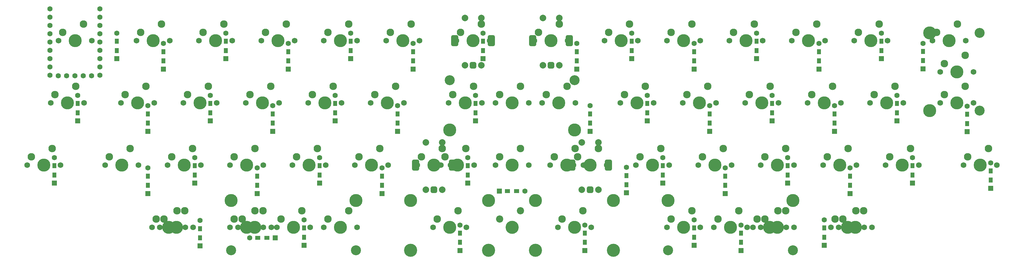
<source format=gbr>
%TF.GenerationSoftware,KiCad,Pcbnew,(7.0.0)*%
%TF.CreationDate,2023-04-22T17:12:07+02:00*%
%TF.ProjectId,NEC,4e45432e-6b69-4636-9164-5f7063625858,rev?*%
%TF.SameCoordinates,Original*%
%TF.FileFunction,Soldermask,Bot*%
%TF.FilePolarity,Negative*%
%FSLAX46Y46*%
G04 Gerber Fmt 4.6, Leading zero omitted, Abs format (unit mm)*
G04 Created by KiCad (PCBNEW (7.0.0)) date 2023-04-22 17:12:07*
%MOMM*%
%LPD*%
G01*
G04 APERTURE LIST*
G04 Aperture macros list*
%AMRoundRect*
0 Rectangle with rounded corners*
0 $1 Rounding radius*
0 $2 $3 $4 $5 $6 $7 $8 $9 X,Y pos of 4 corners*
0 Add a 4 corners polygon primitive as box body*
4,1,4,$2,$3,$4,$5,$6,$7,$8,$9,$2,$3,0*
0 Add four circle primitives for the rounded corners*
1,1,$1+$1,$2,$3*
1,1,$1+$1,$4,$5*
1,1,$1+$1,$6,$7*
1,1,$1+$1,$8,$9*
0 Add four rect primitives between the rounded corners*
20,1,$1+$1,$2,$3,$4,$5,0*
20,1,$1+$1,$4,$5,$6,$7,0*
20,1,$1+$1,$6,$7,$8,$9,0*
20,1,$1+$1,$8,$9,$2,$3,0*%
G04 Aperture macros list end*
%ADD10R,1.200000X1.600000*%
%ADD11R,1.600000X1.600000*%
%ADD12C,1.600000*%
%ADD13C,1.750000*%
%ADD14C,3.987800*%
%ADD15C,2.300000*%
%ADD16C,2.000000*%
%ADD17RoundRect,0.500000X0.500000X-0.500000X0.500000X0.500000X-0.500000X0.500000X-0.500000X-0.500000X0*%
%ADD18RoundRect,0.550000X0.550000X-1.150000X0.550000X1.150000X-0.550000X1.150000X-0.550000X-1.150000X0*%
%ADD19R,1.600000X1.200000*%
%ADD20C,3.048000*%
%ADD21C,4.000000*%
%ADD22C,2.200000*%
G04 APERTURE END LIST*
D10*
%TO.C,D17*%
X68262499Y-53787499D03*
D11*
X68262499Y-56287499D03*
D12*
X68262500Y-48487500D03*
D10*
X68262499Y-50987499D03*
%TD*%
D13*
%TO.C,SW23*%
X193357500Y-50800000D03*
D14*
X198437500Y-50800000D03*
D13*
X203517500Y-50800000D03*
D15*
X194627500Y-48260000D03*
X200977500Y-45720000D03*
%TD*%
D10*
%TO.C,D50*%
X230187499Y-93474999D03*
D11*
X230187499Y-95974999D03*
D12*
X230187500Y-88175000D03*
D10*
X230187499Y-90674999D03*
%TD*%
%TO.C,D48*%
X182562499Y-93474999D03*
D11*
X182562499Y-95974999D03*
D12*
X182562500Y-88175000D03*
D10*
X182562499Y-90674999D03*
%TD*%
%TO.C,D46*%
X96837499Y-91887499D03*
D11*
X96837499Y-94387499D03*
D12*
X96837500Y-86587500D03*
D10*
X96837499Y-89087499D03*
%TD*%
D13*
%TO.C,SW3*%
X64770000Y-31750000D03*
D14*
X69850000Y-31750000D03*
D13*
X74930000Y-31750000D03*
D15*
X66040000Y-29210000D03*
X72390000Y-26670000D03*
%TD*%
D10*
%TO.C,D40*%
X244474999Y-72837499D03*
D11*
X244474999Y-75337499D03*
D12*
X244475000Y-67537500D03*
D10*
X244474999Y-70037499D03*
%TD*%
D13*
%TO.C,SW37*%
X179070000Y-69850000D03*
D14*
X184150000Y-69850000D03*
D13*
X189230000Y-69850000D03*
D15*
X180340000Y-67310000D03*
X186690000Y-64770000D03*
%TD*%
D10*
%TO.C,D11*%
X234949999Y-34737499D03*
D11*
X234949999Y-37237499D03*
D12*
X234950000Y-29437500D03*
D10*
X234949999Y-31937499D03*
%TD*%
D13*
%TO.C,SW27*%
X269557500Y-50800000D03*
D14*
X274637500Y-50800000D03*
D13*
X279717500Y-50800000D03*
D15*
X270827500Y-48260000D03*
X277177500Y-45720000D03*
%TD*%
D13*
%TO.C,SW49(3)1*%
X221932500Y-88900000D03*
D14*
X227012500Y-88900000D03*
D13*
X232092500Y-88900000D03*
D15*
X223202500Y-86360000D03*
X229552500Y-83820000D03*
%TD*%
D13*
%TO.C,SW4*%
X83820000Y-31750000D03*
D14*
X88900000Y-31750000D03*
D13*
X93980000Y-31750000D03*
D15*
X85090000Y-29210000D03*
X91440000Y-26670000D03*
%TD*%
D10*
%TO.C,D31*%
X63499999Y-72837499D03*
D11*
X63499999Y-75337499D03*
D12*
X63500000Y-67537500D03*
D10*
X63499999Y-70037499D03*
%TD*%
%TO.C,D41*%
X263524999Y-76012499D03*
D11*
X263524999Y-78512499D03*
D12*
X263525000Y-70712500D03*
D10*
X263524999Y-73212499D03*
%TD*%
D13*
%TO.C,SW25*%
X231457500Y-50800000D03*
D14*
X236537500Y-50800000D03*
D13*
X241617500Y-50800000D03*
D15*
X232727500Y-48260000D03*
X239077500Y-45720000D03*
%TD*%
D13*
%TO.C,SW2*%
X45720000Y-31750000D03*
D14*
X50800000Y-31750000D03*
D13*
X55880000Y-31750000D03*
D15*
X46990000Y-29210000D03*
X53340000Y-26670000D03*
%TD*%
D13*
%TO.C,SW29*%
X12382500Y-69850000D03*
D14*
X17462500Y-69850000D03*
D13*
X22542500Y-69850000D03*
D15*
X13652500Y-67310000D03*
X20002500Y-64770000D03*
%TD*%
D16*
%TO.C,SW54*%
X134025000Y-77350000D03*
X139025000Y-77350000D03*
D17*
X136525000Y-77350000D03*
D18*
X130925000Y-69850000D03*
X142125000Y-69850000D03*
D16*
X139025000Y-62850000D03*
X134025000Y-62850000D03*
%TD*%
D19*
%TO.C,D45*%
X85537499Y-92074999D03*
D11*
X88037499Y-92074999D03*
D12*
X80237500Y-92075000D03*
D19*
X82737499Y-92074999D03*
%TD*%
D10*
%TO.C,D51*%
X255587499Y-91887499D03*
D11*
X255587499Y-94387499D03*
D12*
X255587500Y-86587500D03*
D10*
X255587499Y-89087499D03*
%TD*%
D13*
%TO.C,SW41*%
X255270000Y-69850000D03*
D14*
X260350000Y-69850000D03*
D13*
X265430000Y-69850000D03*
D15*
X256540000Y-67310000D03*
X262890000Y-64770000D03*
%TD*%
D13*
%TO.C,SW6*%
X121920000Y-31750000D03*
D14*
X127000000Y-31750000D03*
D13*
X132080000Y-31750000D03*
D15*
X123190000Y-29210000D03*
X129540000Y-26670000D03*
%TD*%
D10*
%TO.C,D35*%
X146811999Y-72837499D03*
D11*
X146811999Y-75337499D03*
D12*
X146812000Y-67537500D03*
D10*
X146811999Y-70037499D03*
%TD*%
D13*
%TO.C,SW14(iso)1*%
X290989000Y-41275000D03*
D14*
X296069000Y-41275000D03*
D13*
X301149000Y-41275000D03*
D15*
X292259000Y-38735000D03*
X298609000Y-36195000D03*
%TD*%
D10*
%TO.C,D14*%
X285749999Y-37848999D03*
D11*
X285749999Y-40348999D03*
D12*
X285750000Y-32549000D03*
D10*
X285749999Y-35048999D03*
%TD*%
%TO.C,D20*%
X125412499Y-56962499D03*
D11*
X125412499Y-59462499D03*
D12*
X125412500Y-51662500D03*
D10*
X125412499Y-54162499D03*
%TD*%
D13*
%TO.C,SW46*%
X102870000Y-88900000D03*
D14*
X107950000Y-88900000D03*
D13*
X113030000Y-88900000D03*
D15*
X104140000Y-86360000D03*
X110490000Y-83820000D03*
%TD*%
D13*
%TO.C,SW40*%
X236220000Y-69850000D03*
D14*
X241300000Y-69850000D03*
D13*
X246380000Y-69850000D03*
D15*
X237490000Y-67310000D03*
X243840000Y-64770000D03*
%TD*%
D10*
%TO.C,D6*%
X130174999Y-37912499D03*
D11*
X130174999Y-40412499D03*
D12*
X130175000Y-32612500D03*
D10*
X130174999Y-35112499D03*
%TD*%
D13*
%TO.C,SW46(3)1*%
X88582500Y-88900000D03*
D14*
X93662500Y-88900000D03*
D13*
X98742500Y-88900000D03*
D15*
X89852500Y-86360000D03*
X96202500Y-83820000D03*
%TD*%
D13*
%TO.C,SW44(1.25)1*%
X52865000Y-88900000D03*
D14*
X57945000Y-88900000D03*
D13*
X63025000Y-88900000D03*
D15*
X54135000Y-86360000D03*
X60485000Y-83820000D03*
%TD*%
D13*
%TO.C,SW36*%
X155257500Y-69850000D03*
D14*
X160337500Y-69850000D03*
D13*
X165417500Y-69850000D03*
D15*
X156527500Y-67310000D03*
X162877500Y-64770000D03*
%TD*%
D10*
%TO.C,D13*%
X273049999Y-34737499D03*
D11*
X273049999Y-37237499D03*
D12*
X273050000Y-29437500D03*
D10*
X273049999Y-31937499D03*
%TD*%
%TO.C,D42*%
X282574999Y-72837499D03*
D11*
X282574999Y-75337499D03*
D12*
X282575000Y-67537500D03*
D10*
X282574999Y-70037499D03*
%TD*%
%TO.C,D25*%
X239712499Y-53787499D03*
D11*
X239712499Y-56287499D03*
D12*
X239712500Y-48487500D03*
D10*
X239712499Y-50987499D03*
%TD*%
%TO.C,D33*%
X101599999Y-72837499D03*
D11*
X101599999Y-75337499D03*
D12*
X101600000Y-67537500D03*
D10*
X101599999Y-70037499D03*
%TD*%
D13*
%TO.C,SW22*%
X169545000Y-50800000D03*
D14*
X174625000Y-50800000D03*
D13*
X179705000Y-50800000D03*
D15*
X170815000Y-48260000D03*
X177165000Y-45720000D03*
%TD*%
D13*
%TO.C,SW26*%
X250507500Y-50800000D03*
D14*
X255587500Y-50800000D03*
D13*
X260667500Y-50800000D03*
D15*
X251777500Y-48260000D03*
X258127500Y-45720000D03*
%TD*%
D10*
%TO.C,D28*%
X299211999Y-57089499D03*
D11*
X299211999Y-59589499D03*
D12*
X299212000Y-51789500D03*
D10*
X299211999Y-54289499D03*
%TD*%
D13*
%TO.C,SW48*%
X174307500Y-88900000D03*
D14*
X179387500Y-88900000D03*
D13*
X184467500Y-88900000D03*
D15*
X175577500Y-86360000D03*
X181927500Y-83820000D03*
%TD*%
D10*
%TO.C,D10*%
X215899999Y-37912499D03*
D11*
X215899999Y-40412499D03*
D12*
X215900000Y-32612500D03*
D10*
X215899999Y-35112499D03*
%TD*%
D13*
%TO.C,SW30*%
X36195000Y-69850000D03*
D14*
X41275000Y-69850000D03*
D13*
X46355000Y-69850000D03*
D15*
X37465000Y-67310000D03*
X43815000Y-64770000D03*
%TD*%
D10*
%TO.C,D43*%
X306387499Y-74424999D03*
D11*
X306387499Y-76924999D03*
D12*
X306387500Y-69125000D03*
D10*
X306387499Y-71624999D03*
%TD*%
D13*
%TO.C,SW10*%
X207645000Y-31750000D03*
D14*
X212725000Y-31750000D03*
D13*
X217805000Y-31750000D03*
D15*
X208915000Y-29210000D03*
X215265000Y-26670000D03*
%TD*%
D10*
%TO.C,D19*%
X106362499Y-53787499D03*
D11*
X106362499Y-56287499D03*
D12*
X106362500Y-48487500D03*
D10*
X106362499Y-50987499D03*
%TD*%
D13*
%TO.C,SW21(3)1*%
X155257500Y-50800000D03*
D14*
X160337500Y-50800000D03*
D13*
X165417500Y-50800000D03*
D15*
X156527500Y-48260000D03*
X162877500Y-45720000D03*
%TD*%
D13*
%TO.C,SW37(1.75)1*%
X171928000Y-69850000D03*
D14*
X177008000Y-69850000D03*
D13*
X182088000Y-69850000D03*
D15*
X173198000Y-67310000D03*
X179548000Y-64770000D03*
%TD*%
D13*
%TO.C,SW35(1.75)1*%
X138590000Y-69850000D03*
D14*
X143670000Y-69850000D03*
D13*
X148750000Y-69850000D03*
D15*
X139860000Y-67310000D03*
X146210000Y-64770000D03*
%TD*%
D13*
%TO.C,SW15*%
X19526000Y-50800000D03*
D14*
X24606000Y-50800000D03*
D13*
X29686000Y-50800000D03*
D15*
X20796000Y-48260000D03*
X27146000Y-45720000D03*
%TD*%
D16*
%TO.C,SW55*%
X181650000Y-77350000D03*
X186650000Y-77350000D03*
D17*
X184150000Y-77350000D03*
D18*
X178550000Y-69850000D03*
X189750000Y-69850000D03*
D16*
X186650000Y-62850000D03*
X181650000Y-62850000D03*
%TD*%
D10*
%TO.C,D18*%
X87312499Y-56962499D03*
D11*
X87312499Y-59462499D03*
D12*
X87312500Y-51662500D03*
D10*
X87312499Y-54162499D03*
%TD*%
D13*
%TO.C,SW49*%
X207645000Y-88900000D03*
D14*
X212725000Y-88900000D03*
D13*
X217805000Y-88900000D03*
D15*
X208915000Y-86360000D03*
X215265000Y-83820000D03*
%TD*%
D13*
%TO.C,SW20*%
X117157500Y-50800000D03*
D14*
X122237500Y-50800000D03*
D13*
X127317500Y-50800000D03*
D15*
X118427500Y-48260000D03*
X124777500Y-45720000D03*
%TD*%
D13*
%TO.C,SW42*%
X274320000Y-69850000D03*
D14*
X279400000Y-69850000D03*
D13*
X284480000Y-69850000D03*
D15*
X275590000Y-67310000D03*
X281940000Y-64770000D03*
%TD*%
D10*
%TO.C,D47*%
X144462499Y-93474999D03*
D11*
X144462499Y-95974999D03*
D12*
X144462500Y-88175000D03*
D10*
X144462499Y-90674999D03*
%TD*%
D13*
%TO.C,SW51(1.25)2*%
X257650000Y-88900000D03*
D14*
X262730000Y-88900000D03*
D13*
X267810000Y-88900000D03*
D15*
X258920000Y-86360000D03*
X265270000Y-83820000D03*
%TD*%
D10*
%TO.C,D26*%
X258762499Y-56962499D03*
D11*
X258762499Y-59462499D03*
D12*
X258762500Y-51662500D03*
D10*
X258762499Y-54162499D03*
%TD*%
D13*
%TO.C,SW8*%
X167163000Y-31750000D03*
D14*
X172243000Y-31750000D03*
D13*
X177323000Y-31750000D03*
D15*
X168433000Y-29210000D03*
X174783000Y-26670000D03*
%TD*%
D13*
%TO.C,SW16*%
X40957500Y-50800000D03*
D14*
X46037500Y-50800000D03*
D13*
X51117500Y-50800000D03*
D15*
X42227500Y-48260000D03*
X48577500Y-45720000D03*
%TD*%
D20*
%TO.C,S4*%
X246062500Y-95885000D03*
D14*
X246062500Y-80645000D03*
D20*
X207962500Y-95885000D03*
D14*
X207962500Y-80645000D03*
%TD*%
D21*
%TO.C,S1*%
X153193750Y-95885000D03*
D14*
X153193750Y-80645000D03*
D21*
X129381250Y-95885000D03*
D14*
X129381250Y-80645000D03*
%TD*%
D10*
%TO.C,D4*%
X92074999Y-37912499D03*
D11*
X92074999Y-40412499D03*
D12*
X92075000Y-32612500D03*
D10*
X92074999Y-35112499D03*
%TD*%
D19*
%TO.C,D36*%
X158937499Y-77787499D03*
D11*
X156437499Y-77787499D03*
D12*
X164237500Y-77787500D03*
D19*
X161737499Y-77787499D03*
%TD*%
D10*
%TO.C,D3*%
X73024999Y-34737499D03*
D11*
X73024999Y-37237499D03*
D12*
X73025000Y-29437500D03*
D10*
X73024999Y-31937499D03*
%TD*%
D13*
%TO.C,SW50(1.25)1*%
X233838000Y-88900000D03*
D14*
X238918000Y-88900000D03*
D13*
X243998000Y-88900000D03*
D15*
X235108000Y-86360000D03*
X241458000Y-83820000D03*
%TD*%
D10*
%TO.C,D37*%
X195262499Y-75824999D03*
D11*
X195262499Y-78324999D03*
D12*
X195262500Y-70525000D03*
D10*
X195262499Y-73024999D03*
%TD*%
%TO.C,D23*%
X201612499Y-53787499D03*
D11*
X201612499Y-56287499D03*
D12*
X201612500Y-48487500D03*
D10*
X201612499Y-50987499D03*
%TD*%
D13*
%TO.C,SW39*%
X217170000Y-69850000D03*
D14*
X222250000Y-69850000D03*
D13*
X227330000Y-69850000D03*
D15*
X218440000Y-67310000D03*
X224790000Y-64770000D03*
%TD*%
D13*
%TO.C,SW18*%
X79057500Y-50800000D03*
D14*
X84137500Y-50800000D03*
D13*
X89217500Y-50800000D03*
D15*
X80327500Y-48260000D03*
X86677500Y-45720000D03*
%TD*%
D13*
%TO.C,SW50*%
X236220000Y-88900000D03*
D14*
X241300000Y-88900000D03*
D13*
X246380000Y-88900000D03*
D15*
X237490000Y-86360000D03*
X243840000Y-83820000D03*
%TD*%
D13*
%TO.C,SW21*%
X140970000Y-50800000D03*
D14*
X146050000Y-50800000D03*
D13*
X151130000Y-50800000D03*
D15*
X142240000Y-48260000D03*
X148590000Y-45720000D03*
%TD*%
D13*
%TO.C,SW32*%
X74295000Y-69850000D03*
D14*
X79375000Y-69850000D03*
D13*
X84455000Y-69850000D03*
D15*
X75565000Y-67310000D03*
X81915000Y-64770000D03*
%TD*%
D13*
%TO.C,SW45*%
X74295000Y-88900000D03*
D14*
X79375000Y-88900000D03*
D13*
X84455000Y-88900000D03*
D15*
X75565000Y-86360000D03*
X81915000Y-83820000D03*
%TD*%
D13*
%TO.C,SW24*%
X212407500Y-50800000D03*
D14*
X217487500Y-50800000D03*
D13*
X222567500Y-50800000D03*
D15*
X213677500Y-48260000D03*
X220027500Y-45720000D03*
%TD*%
D10*
%TO.C,D9*%
X196849999Y-34737499D03*
D11*
X196849999Y-37237499D03*
D12*
X196850000Y-29437500D03*
D10*
X196849999Y-31937499D03*
%TD*%
%TO.C,D2*%
X53974999Y-37912499D03*
D11*
X53974999Y-40412499D03*
D12*
X53975000Y-32612500D03*
D10*
X53974999Y-35112499D03*
%TD*%
D16*
%TO.C,SW52*%
X145931000Y-39250000D03*
X150931000Y-39250000D03*
D17*
X148431000Y-39250000D03*
D18*
X142831000Y-31750000D03*
X154031000Y-31750000D03*
D16*
X150931000Y-24750000D03*
X145931000Y-24750000D03*
%TD*%
D13*
%TO.C,SW44*%
X50482500Y-88900000D03*
D14*
X55562500Y-88900000D03*
D13*
X60642500Y-88900000D03*
D15*
X51752500Y-86360000D03*
X58102500Y-83820000D03*
%TD*%
D10*
%TO.C,D12*%
X253999999Y-37912499D03*
D11*
X253999999Y-40412499D03*
D12*
X254000000Y-32612500D03*
D10*
X253999999Y-35112499D03*
%TD*%
D13*
%TO.C,SW12*%
X245745000Y-31750000D03*
D14*
X250825000Y-31750000D03*
D13*
X255905000Y-31750000D03*
D15*
X247015000Y-29210000D03*
X253365000Y-26670000D03*
%TD*%
D10*
%TO.C,D30*%
X49212499Y-76012499D03*
D11*
X49212499Y-78512499D03*
D12*
X49212500Y-70712500D03*
D10*
X49212499Y-73212499D03*
%TD*%
D13*
%TO.C,SW9*%
X188595000Y-31750000D03*
D14*
X193675000Y-31750000D03*
D13*
X198755000Y-31750000D03*
D15*
X189865000Y-29210000D03*
X196215000Y-26670000D03*
%TD*%
D13*
%TO.C,SW1*%
X21907500Y-31750000D03*
D14*
X26987500Y-31750000D03*
D13*
X32067500Y-31750000D03*
D15*
X23177500Y-29210000D03*
X29527500Y-26670000D03*
%TD*%
D16*
%TO.C,SW53*%
X169743000Y-39250000D03*
X174743000Y-39250000D03*
D17*
X172243000Y-39250000D03*
D18*
X166643000Y-31750000D03*
X177843000Y-31750000D03*
D16*
X174743000Y-24750000D03*
X169743000Y-24750000D03*
%TD*%
D20*
%TO.C,S3*%
X112712500Y-95885000D03*
D14*
X112712500Y-80645000D03*
D20*
X74612500Y-95885000D03*
D14*
X74612500Y-80645000D03*
%TD*%
D10*
%TO.C,D39*%
X225424999Y-76012499D03*
D11*
X225424999Y-78512499D03*
D12*
X225425000Y-70712500D03*
D10*
X225424999Y-73212499D03*
%TD*%
%TO.C,D34*%
X120649999Y-76012499D03*
D11*
X120649999Y-78512499D03*
D12*
X120650000Y-70712500D03*
D10*
X120649999Y-73212499D03*
%TD*%
%TO.C,D7*%
X151510999Y-34737499D03*
D11*
X151510999Y-37237499D03*
D12*
X151511000Y-29437500D03*
D10*
X151510999Y-31937499D03*
%TD*%
%TO.C,D24*%
X220662499Y-56962499D03*
D11*
X220662499Y-59462499D03*
D12*
X220662500Y-51662500D03*
D10*
X220662499Y-54162499D03*
%TD*%
D13*
%TO.C,SW7*%
X143351000Y-31750000D03*
D14*
X148431000Y-31750000D03*
D13*
X153511000Y-31750000D03*
D15*
X144621000Y-29210000D03*
X150971000Y-26670000D03*
%TD*%
D10*
%TO.C,D27*%
X277812499Y-53787499D03*
D11*
X277812499Y-56287499D03*
D12*
X277812500Y-48487500D03*
D10*
X277812499Y-50987499D03*
%TD*%
%TO.C,D49*%
X215899999Y-91887499D03*
D11*
X215899999Y-94387499D03*
D12*
X215900000Y-86587500D03*
D10*
X215899999Y-89087499D03*
%TD*%
%TO.C,D22*%
X184149999Y-56962499D03*
D11*
X184149999Y-59462499D03*
D12*
X184150000Y-51662500D03*
D10*
X184149999Y-54162499D03*
%TD*%
%TO.C,D8*%
X180085999Y-37912499D03*
D11*
X180085999Y-40412499D03*
D12*
X180086000Y-32612500D03*
D10*
X180085999Y-35112499D03*
%TD*%
D21*
%TO.C,SW44(4)1*%
X160337500Y-88900000D03*
D22*
X156527500Y-86360000D03*
X162877500Y-83820000D03*
%TD*%
D13*
%TO.C,SW19*%
X98107500Y-50800000D03*
D14*
X103187500Y-50800000D03*
D13*
X108267500Y-50800000D03*
D15*
X99377500Y-48260000D03*
X105727500Y-45720000D03*
%TD*%
D10*
%TO.C,D44*%
X65087499Y-92074999D03*
D11*
X65087499Y-94574999D03*
D12*
X65087500Y-86775000D03*
D10*
X65087499Y-89274999D03*
%TD*%
%TO.C,D15*%
X27812999Y-53787499D03*
D11*
X27812999Y-56287499D03*
D12*
X27813000Y-48487500D03*
D10*
X27812999Y-50987499D03*
%TD*%
D13*
%TO.C,SW43*%
X298132500Y-69850000D03*
D14*
X303212500Y-69850000D03*
D13*
X308292500Y-69850000D03*
D15*
X299402500Y-67310000D03*
X305752500Y-64770000D03*
%TD*%
D10*
%TO.C,D16*%
X49212499Y-56962499D03*
D11*
X49212499Y-59462499D03*
D12*
X49212500Y-51662500D03*
D10*
X49212499Y-54162499D03*
%TD*%
D13*
%TO.C,SW47*%
X136207500Y-88900000D03*
D14*
X141287500Y-88900000D03*
D13*
X146367500Y-88900000D03*
D15*
X137477500Y-86360000D03*
X143827500Y-83820000D03*
%TD*%
D21*
%TO.C,S2*%
X191293750Y-95885000D03*
D14*
X191293750Y-80645000D03*
D21*
X167481250Y-95885000D03*
D14*
X167481250Y-80645000D03*
%TD*%
%TO.C,S6*%
X287814000Y-29368750D03*
X287814000Y-53181250D03*
D20*
X303054000Y-29368750D03*
X303054000Y-53181250D03*
%TD*%
D10*
%TO.C,D21*%
X149224999Y-53787499D03*
D11*
X149224999Y-56287499D03*
D12*
X149225000Y-48487500D03*
D10*
X149224999Y-50987499D03*
%TD*%
D13*
%TO.C,SW34*%
X112395000Y-69850000D03*
D14*
X117475000Y-69850000D03*
D13*
X122555000Y-69850000D03*
D15*
X113665000Y-67310000D03*
X120015000Y-64770000D03*
%TD*%
D13*
%TO.C,SW35*%
X131445000Y-69850000D03*
D14*
X136525000Y-69850000D03*
D13*
X141605000Y-69850000D03*
D15*
X132715000Y-67310000D03*
X139065000Y-64770000D03*
%TD*%
D13*
%TO.C,SW38*%
X198120000Y-69850000D03*
D14*
X203200000Y-69850000D03*
D13*
X208280000Y-69850000D03*
D15*
X199390000Y-67310000D03*
X205740000Y-64770000D03*
%TD*%
D10*
%TO.C,D32*%
X82549999Y-76012499D03*
D11*
X82549999Y-78512499D03*
D12*
X82550000Y-70712500D03*
D10*
X82549999Y-73212499D03*
%TD*%
D13*
%TO.C,SW17*%
X60007500Y-50800000D03*
D14*
X65087500Y-50800000D03*
D13*
X70167500Y-50800000D03*
D15*
X61277500Y-48260000D03*
X67627500Y-45720000D03*
%TD*%
D13*
%TO.C,SW5*%
X102870000Y-31750000D03*
D14*
X107950000Y-31750000D03*
D13*
X113030000Y-31750000D03*
D15*
X104140000Y-29210000D03*
X110490000Y-26670000D03*
%TD*%
D13*
%TO.C,SW51*%
X260032500Y-88900000D03*
D14*
X265112500Y-88900000D03*
D13*
X270192500Y-88900000D03*
D15*
X261302500Y-86360000D03*
X267652500Y-83820000D03*
%TD*%
D13*
%TO.C,SW14*%
X288608000Y-31750000D03*
D14*
X293688000Y-31750000D03*
D13*
X298768000Y-31750000D03*
D15*
X289878000Y-29210000D03*
X296228000Y-26670000D03*
%TD*%
D10*
%TO.C,D5*%
X111124999Y-34737499D03*
D11*
X111124999Y-37237499D03*
D12*
X111125000Y-29437500D03*
D10*
X111124999Y-31937499D03*
%TD*%
%TO.C,D1*%
X39687499Y-34737499D03*
D11*
X39687499Y-37237499D03*
D12*
X39687500Y-29437500D03*
D10*
X39687499Y-31937499D03*
%TD*%
D13*
%TO.C,SW13*%
X264795000Y-31750000D03*
D14*
X269875000Y-31750000D03*
D13*
X274955000Y-31750000D03*
D15*
X266065000Y-29210000D03*
X272415000Y-26670000D03*
%TD*%
D13*
%TO.C,SW28*%
X290988500Y-50800000D03*
D14*
X296068500Y-50800000D03*
D13*
X301148500Y-50800000D03*
D15*
X292258500Y-48260000D03*
X298608500Y-45720000D03*
%TD*%
D10*
%TO.C,D38*%
X206374999Y-72837499D03*
D11*
X206374999Y-75337499D03*
D12*
X206375000Y-67537500D03*
D10*
X206374999Y-70037499D03*
%TD*%
D13*
%TO.C,SW33*%
X93345000Y-69850000D03*
D14*
X98425000Y-69850000D03*
D13*
X103505000Y-69850000D03*
D15*
X94615000Y-67310000D03*
X100965000Y-64770000D03*
%TD*%
D10*
%TO.C,D29*%
X20637499Y-72837499D03*
D11*
X20637499Y-75337499D03*
D12*
X20637500Y-67537500D03*
D10*
X20637499Y-70037499D03*
%TD*%
D13*
%TO.C,SW45(1.25)1*%
X76677000Y-88900000D03*
D14*
X81757000Y-88900000D03*
D13*
X86837000Y-88900000D03*
D15*
X77947000Y-86360000D03*
X84297000Y-83820000D03*
%TD*%
D20*
%TO.C,S5*%
X141287500Y-43815000D03*
D14*
X141287500Y-59055000D03*
D20*
X179387500Y-43815000D03*
D14*
X179387500Y-59055000D03*
%TD*%
D13*
%TO.C,SW31*%
X55245000Y-69850000D03*
D14*
X60325000Y-69850000D03*
D13*
X65405000Y-69850000D03*
D15*
X56515000Y-67310000D03*
X62865000Y-64770000D03*
%TD*%
D13*
%TO.C,SW11*%
X226695000Y-31750000D03*
D14*
X231775000Y-31750000D03*
D13*
X236855000Y-31750000D03*
D15*
X227965000Y-29210000D03*
X234315000Y-26670000D03*
%TD*%
D12*
%TO.C,RZ1*%
X19272500Y-21990000D03*
X19272500Y-24530000D03*
X19272500Y-27070000D03*
X19272500Y-29610000D03*
X19272500Y-32150000D03*
X19272500Y-34690000D03*
X19272500Y-37230000D03*
X19272500Y-39770000D03*
X19272500Y-42310000D03*
X21812500Y-42520000D03*
X24352500Y-42520000D03*
X26892500Y-42520000D03*
X29432500Y-42520000D03*
X31972500Y-42520000D03*
X34512500Y-42310000D03*
X34512500Y-39770000D03*
X34512500Y-37230000D03*
X34512500Y-34690000D03*
X34512500Y-32150000D03*
X34512500Y-29610000D03*
X34512500Y-27070000D03*
X34512500Y-21990000D03*
X34512500Y-24530000D03*
%TD*%
M02*

</source>
